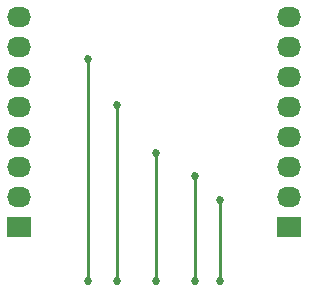
<source format=gbl>
G04 #@! TF.FileFunction,Copper,L2,Bot,Signal*
%FSLAX46Y46*%
G04 Gerber Fmt 4.6, Leading zero omitted, Abs format (unit mm)*
G04 Created by KiCad (PCBNEW 4.0.5-e0-6337~49~ubuntu16.04.1) date Tue Jan  3 21:15:41 2017*
%MOMM*%
%LPD*%
G01*
G04 APERTURE LIST*
%ADD10C,0.100000*%
%ADD11R,2.032000X1.727200*%
%ADD12O,2.032000X1.727200*%
%ADD13C,0.685800*%
%ADD14C,0.254000*%
G04 APERTURE END LIST*
D10*
D11*
X167640000Y-119380000D03*
D12*
X167640000Y-116840000D03*
X167640000Y-114300000D03*
X167640000Y-111760000D03*
X167640000Y-109220000D03*
X167640000Y-106680000D03*
X167640000Y-104140000D03*
X167640000Y-101600000D03*
D11*
X144780000Y-119380000D03*
D12*
X144780000Y-116840000D03*
X144780000Y-114300000D03*
X144780000Y-111760000D03*
X144780000Y-109220000D03*
X144780000Y-106680000D03*
X144780000Y-104140000D03*
X144780000Y-101600000D03*
D13*
X153035000Y-123952000D03*
X153035000Y-109093000D03*
X161798000Y-123952000D03*
X161798000Y-117094000D03*
X159639000Y-123952000D03*
X159639000Y-115062000D03*
X156337000Y-123952000D03*
X156337000Y-113157000D03*
X150622000Y-123952000D03*
X150622000Y-105156000D03*
D14*
X153035000Y-109093000D02*
X153035000Y-123952000D01*
X161798000Y-117094000D02*
X161798000Y-123952000D01*
X159639000Y-115062000D02*
X159639000Y-123952000D01*
X156337000Y-113157000D02*
X156337000Y-123952000D01*
X150622000Y-105156000D02*
X150622000Y-123952000D01*
M02*

</source>
